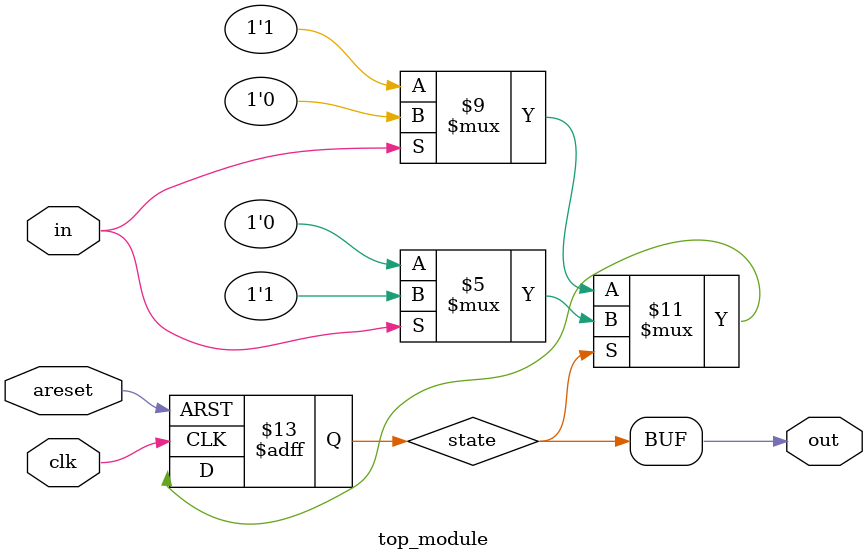
<source format=sv>
module top_module (
    input clk,
    input in,
    input areset,
    output out
);

reg state;
localparam STATE_A = 1'b0, STATE_B = 1'b1;

always @(posedge clk or posedge areset) begin
    if (areset) begin
        state <= STATE_B;
    end
    else begin
        if (state == STATE_A) begin
            if (in) begin
                state <= STATE_A;
            end
            else begin
                state <= STATE_B;
            end
        end
        else begin // state == STATE_B
            if (in) begin
                state <= STATE_B;
            end
            else begin
                state <= STATE_A;
            end
        end
    end
end

assign out = (state == STATE_B);

endmodule

</source>
